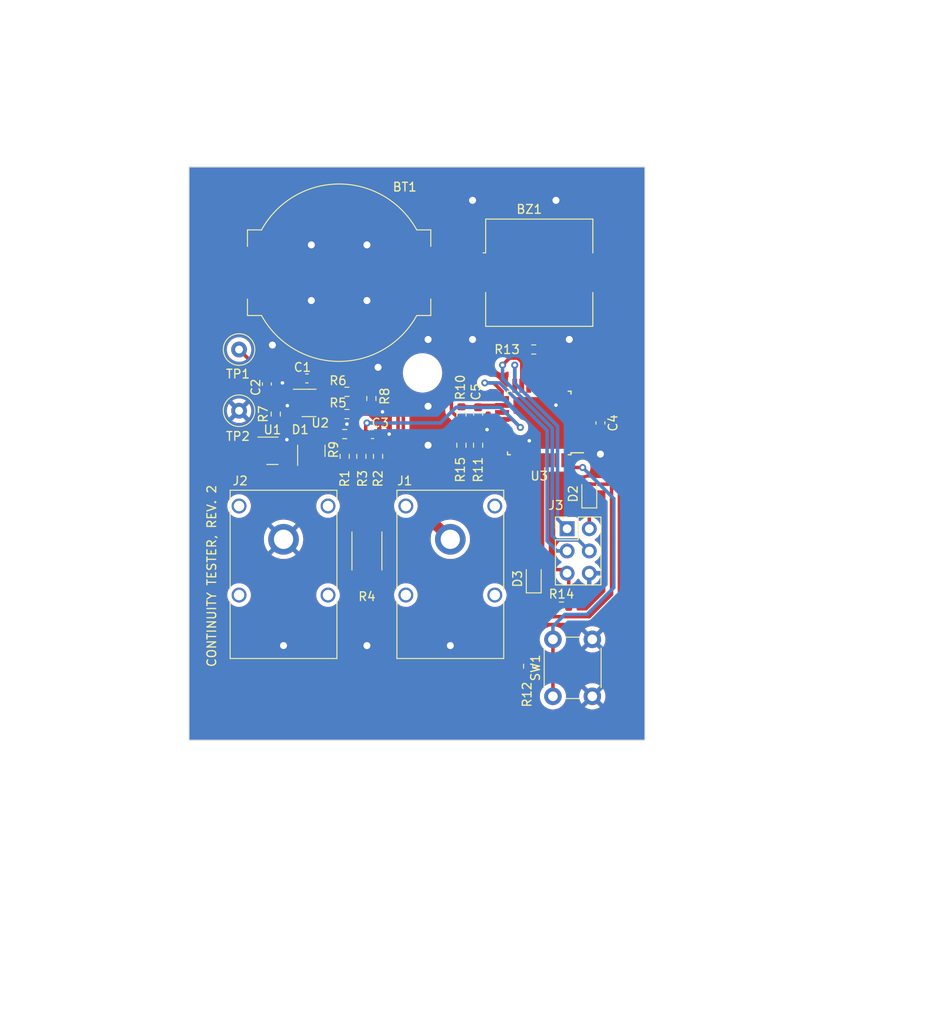
<source format=kicad_pcb>
(kicad_pcb (version 20221018) (generator pcbnew)
  (title_block (title "Continuity Tester"))
  (layers (0 "F.Cu" signal) (31 "B.Cu" signal) (34 "B.Paste" user) (35 "F.Paste" user) (36 "B.SilkS" user "B.Silkscreen") (37 "F.SilkS" user "F.Silkscreen") (38 "B.Mask" user) (39 "F.Mask" user) (44 "Edge.Cuts" user))
  (net 0 "")
  (net 1 "VCC")
  (net 2 "GND")
  (net 3 "Net-(BZ1--)")
  (net 4 "Net-(U2-V+)")
  (net 5 "PROBE")
  (net 6 "Net-(U3-AREF)")
  (net 7 "Net-(U3-AVCC)")
  (net 8 "Net-(U2-+)")
  (net 9 "Net-(D2-K)")
  (net 10 "RESET")
  (net 11 "Net-(J1-Pin_1)")
  (net 12 "MISO")
  (net 13 "SCK")
  (net 14 "MOSI")
  (net 15 "VCC_PROBE")
  (net 16 "+1.24V_REF")
  (net 17 "Net-(U2--)")
  (net 18 "Net-(R7-Pad2)")
  (net 19 "Net-(U3-PC0)")
  (net 20 "Net-(U3-PC1)")
  (net 21 "Net-(U3-PD2)")
  (net 22 "Net-(U3-PB2)")
  (footprint "Resistor_SMD:R_0603_1608Metric" (layer "F.Cu") (at 135.636 95.504 90)
    (fp_text reference "R7" (at 0 -1.43 90) (layer "F.SilkS"))
    (fp_text value "1M")
    (fp_line (start -0.237258 -0.5225) (end 0.237258 -0.5225) (stroke (width 0.12)) (layer "F.SilkS"))
    (fp_line (start -0.237258 0.5225) (end 0.237258 0.5225) (stroke (width 0.12)) (layer "F.SilkS"))
    (pad "1" smd roundrect (at -0.825 0 90) (size 0.8 0.95) (layers "F.Cu" "F.Paste" "F.Mask") (net 17 "Net-(U2--)"))
    (pad "2" smd roundrect (at 0.825 0 90) (size 0.8 0.95) (layers "F.Cu" "F.Paste" "F.Mask") (net 18 "Net-(R7-Pad2)"))
  )
  (footprint "TestPoint:TestPoint_Loop_D3.50mm_Drill0.9mm_Beaded" (layer "F.Cu") (at 131.445 95.123 90)
    (fp_text reference "TP2" (at -2.921 -0.127 180) (layer "F.SilkS"))
    (fp_text value "TestPoint")
    (fp_circle (center 0 0) (end 1.8 0) (stroke (width 0.12)) (fill none) (layer "F.SilkS"))
    (pad "1" thru_hole circle (at 0 0 90) (size 1.8 1.8) (drill 0.9) (layers "*.Cu" "*.Mask") (net 2 "GND"))
  )
  (footprint "MountingHole:MountingHole_4mm" (layer "F.Cu") (at 152.4 90.805)
    (fp_text reference "REF**" hide)
    (fp_text value "MountingHole_4mm")
    (pad "" np_thru_hole circle (at 0 0) (size 4 4) (drill 4) (layers "*.Cu" "*.Mask"))
  )
  (footprint "Diode_SMD:D_SOD-323F" (layer "F.Cu") (at 171.45 104.605 90)
    (fp_text reference "D2" (at 0 -1.85 90) (layer "F.SilkS"))
    (fp_text value "BAT54J")
    (fp_line (start -1.61 -0.85) (end -1.61 0.85) (stroke (width 0.12)) (layer "F.SilkS"))
    (fp_line (start -1.61 -0.85) (end 1.05 -0.85) (stroke (width 0.12)) (layer "F.SilkS"))
    (fp_line (start -1.61 0.85) (end 1.05 0.85) (stroke (width 0.12)) (layer "F.SilkS"))
    (pad "1" smd roundrect (at -1.1 0 90) (size 0.5 0.5) (layers "F.Cu" "F.Paste" "F.Mask") (net 9 "Net-(D2-K)"))
    (pad "2" smd roundrect (at 1.1 0 90) (size 0.5 0.5) (layers "F.Cu" "F.Paste" "F.Mask") (net 1 "VCC"))
  )
  (footprint "Resistor_SMD:R_0603_1608Metric" (layer "F.Cu") (at 156.845 99.06 90)
    (fp_text reference "R15" (at -2.794 -0.127 90) (layer "F.SilkS"))
    (fp_text value "10k")
    (fp_line (start -0.237258 -0.5225) (end 0.237258 -0.5225) (stroke (width 0.12)) (layer "F.SilkS"))
    (fp_line (start -0.237258 0.5225) (end 0.237258 0.5225) (stroke (width 0.12)) (layer "F.SilkS"))
    (pad "1" smd roundrect (at -0.825 0 90) (size 0.8 0.95) (layers "F.Cu" "F.Paste" "F.Mask") (net 20 "Net-(U3-PC1)"))
    (pad "2" smd roundrect (at 0.825 0 90) (size 0.8 0.95) (layers "F.Cu" "F.Paste" "F.Mask") (net 2 "GND"))
  )
  (footprint "Resistor_SMD:R_0603_1608Metric" (layer "F.Cu") (at 168.275 117.475)
    (fp_text reference "R14" (at 0 -1.43) (layer "F.SilkS"))
    (fp_text value "10k")
    (fp_line (start -0.237258 -0.5225) (end 0.237258 -0.5225) (stroke (width 0.12)) (layer "F.SilkS"))
    (fp_line (start -0.237258 0.5225) (end 0.237258 0.5225) (stroke (width 0.12)) (layer "F.SilkS"))
    (pad "1" smd roundrect (at -0.825 0) (size 0.8 0.95) (layers "F.Cu" "F.Paste" "F.Mask") (net 1 "VCC"))
    (pad "2" smd roundrect (at 0.825 0) (size 0.8 0.95) (layers "F.Cu" "F.Paste" "F.Mask") (net 10 "RESET"))
  )
  (footprint "Resistor_SMD:R_0603_1608Metric" (layer "F.Cu") (at 156.845 95.504 90)
    (fp_text reference "R10" (at 3.048 -0.127 90) (layer "F.SilkS"))
    (fp_text value "10")
    (fp_line (start -0.237258 -0.5225) (end 0.237258 -0.5225) (stroke (width 0.12)) (layer "F.SilkS"))
    (fp_line (start -0.237258 0.5225) (end 0.237258 0.5225) (stroke (width 0.12)) (layer "F.SilkS"))
    (pad "1" smd roundrect (at -0.825 0 90) (size 0.8 0.95) (layers "F.Cu" "F.Paste" "F.Mask") (net 1 "VCC"))
    (pad "2" smd roundrect (at 0.825 0 90) (size 0.8 0.95) (layers "F.Cu" "F.Paste" "F.Mask") (net 7 "Net-(U3-AVCC)"))
  )
  (footprint "Resistor_SMD:R_0603_1608Metric" (layer "F.Cu") (at 143.764 92.964 180)
    (fp_text reference "R6" (at 1.016 1.27) (layer "F.SilkS"))
    (fp_text value "10")
    (fp_line (start -0.237258 -0.5225) (end 0.237258 -0.5225) (stroke (width 0.12)) (layer "F.SilkS"))
    (fp_line (start -0.237258 0.5225) (end 0.237258 0.5225) (stroke (width 0.12)) (layer "F.SilkS"))
    (pad "1" smd roundrect (at -0.825 0 180) (size 0.8 0.95) (layers "F.Cu" "F.Paste" "F.Mask") (net 15 "VCC_PROBE"))
    (pad "2" smd roundrect (at 0.825 0 180) (size 0.8 0.95) (layers "F.Cu" "F.Paste" "F.Mask") (net 4 "Net-(U2-V+)"))
  )
  (footprint "Resistor_SMD:R_0603_1608Metric" (layer "F.Cu") (at 158.75 99.06 -90)
    (fp_text reference "R11" (at 2.794 0 90) (layer "F.SilkS"))
    (fp_text value "30k")
    (fp_line (start -0.237258 -0.5225) (end 0.237258 -0.5225) (stroke (width 0.12)) (layer "F.SilkS"))
    (fp_line (start -0.237258 0.5225) (end 0.237258 0.5225) (stroke (width 0.12)) (layer "F.SilkS"))
    (pad "1" smd roundrect (at -0.825 0 270) (size 0.8 0.95) (layers "F.Cu" "F.Paste" "F.Mask") (net 19 "Net-(U3-PC0)"))
    (pad "2" smd roundrect (at 0.825 0 270) (size 0.8 0.95) (layers "F.Cu" "F.Paste" "F.Mask") (net 20 "Net-(U3-PC1)"))
  )
  (footprint "Buzzer_Beeper:Buzzer_Murata_PKLCS1212E" (layer "F.Cu") (at 165.735 79.375)
    (fp_text reference "BZ1" (at -1.143 -7.239) (layer "F.SilkS"))
    (fp_text value "PKLCS1212E4001")
    (fp_line (start -6.12 -6.12) (end 6.12 -6.12) (stroke (width 0.12)) (layer "F.SilkS"))
    (fp_line (start -6.12 -2.26) (end -6.42 -2.26) (stroke (width 0.12)) (layer "F.SilkS"))
    (fp_line (start -6.12 -2.26) (end -6.12 -6.12) (stroke (width 0.12)) (layer "F.SilkS"))
    (fp_line (start -6.12 6.12) (end -6.12 2.26) (stroke (width 0.12)) (layer "F.SilkS"))
    (fp_line (start 6.12 -6.12) (end 6.12 -2.26) (stroke (width 0.12)) (layer "F.SilkS"))
    (fp_line (start 6.12 2.26) (end 6.12 6.12) (stroke (width 0.12)) (layer "F.SilkS"))
    (fp_line (start 6.12 6.12) (end -6.12 6.12) (stroke (width 0.12)) (layer "F.SilkS"))
    (pad "1" smd rect (at -5.6 0) (size 1.2 4) (layers "F.Cu" "F.Paste" "F.Mask") (net 3 "Net-(BZ1--)"))
    (pad "2" smd rect (at 5.6 0) (size 1.2 4) (layers "F.Cu" "F.Paste" "F.Mask") (net 2 "GND"))
  )
  (footprint "Package_QFP:TQFP-32_7x7mm_P0.8mm" (layer "F.Cu") (at 165.735 96.52 180)
    (fp_text reference "U3" (at 0 -6.05) (layer "F.SilkS"))
    (fp_text value "ATmega88PA-A")
    (fp_line (start -3.625 -3.625) (end -3.625 -3.4) (stroke (width 0.15)) (layer "F.SilkS"))
    (fp_line (start -3.625 -3.625) (end -3.3 -3.625) (stroke (width 0.15)) (layer "F.SilkS"))
    (fp_line (start -3.625 -3.4) (end -5.05 -3.4) (stroke (width 0.15)) (layer "F.SilkS"))
    (fp_line (start -3.625 3.625) (end -3.625 3.3) (stroke (width 0.15)) (layer "F.SilkS"))
    (fp_line (start -3.625 3.625) (end -3.3 3.625) (stroke (width 0.15)) (layer "F.SilkS"))
    (fp_line (start 3.625 -3.625) (end 3.3 -3.625) (stroke (width 0.15)) (layer "F.SilkS"))
    (fp_line (start 3.625 -3.625) (end 3.625 -3.3) (stroke (width 0.15)) (layer "F.SilkS"))
    (fp_line (start 3.625 3.625) (end 3.3 3.625) (stroke (width 0.15)) (layer "F.SilkS"))
    (fp_line (start 3.625 3.625) (end 3.625 3.3) (stroke (width 0.15)) (layer "F.SilkS"))
    (pad "1" smd rect (at -4.25 -2.8 180) (size 1.6 0.55) (layers "F.Cu" "F.Paste" "F.Mask"))
    (pad "2" smd rect (at -4.25 -2 180) (size 1.6 0.55) (layers "F.Cu" "F.Paste" "F.Mask"))
    (pad "3" smd rect (at -4.25 -1.2 180) (size 1.6 0.55) (layers "F.Cu" "F.Paste" "F.Mask") (net 2 "GND"))
    (pad "4" smd rect (at -4.25 -0.4 180) (size 1.6 0.55) (layers "F.Cu" "F.Paste" "F.Mask") (net 1 "VCC"))
    (pad "5" smd rect (at -4.25 0.4 180) (size 1.6 0.55) (layers "F.Cu" "F.Paste" "F.Mask") (net 2 "GND"))
    (pad "6" smd rect (at -4.25 1.2 180) (size 1.6 0.55) (layers "F.Cu" "F.Paste" "F.Mask") (net 1 "VCC"))
    (pad "7" smd rect (at -4.25 2 180) (size 1.6 0.55) (layers "F.Cu" "F.Paste" "F.Mask"))
    (pad "8" smd rect (at -4.25 2.8 180) (size 1.6 0.55) (layers "F.Cu" "F.Paste" "F.Mask"))
    (pad "9" smd rect (at -2.8 4.25 270) (size 1.6 0.55) (layers "F.Cu" "F.Paste" "F.Mask"))
    (pad "10" smd rect (at -2 4.25 270) (size 1.6 0.55) (layers "F.Cu" "F.Paste" "F.Mask"))
    (pad "11" smd rect (at -1.2 4.25 270) (size 1.6 0.55) (layers "F.Cu" "F.Paste" "F.Mask"))
    (pad "12" smd rect (at -0.4 4.25 270) (size 1.6 0.55) (layers "F.Cu" "F.Paste" "F.Mask"))
    (pad "13" smd rect (at 0.4 4.25 270) (size 1.6 0.55) (layers "F.Cu" "F.Paste" "F.Mask"))
    (pad "14" smd rect (at 1.2 4.25 270) (size 1.6 0.55) (layers "F.Cu" "F.Paste" "F.Mask") (net 22 "Net-(U3-PB2)"))
    (pad "15" smd rect (at 2 4.25 270) (size 1.6 0.55) (layers "F.Cu" "F.Paste" "F.Mask") (net 14 "MOSI"))
    (pad "16" smd rect (at 2.8 4.25 270) (size 1.6 0.55) (layers "F.Cu" "F.Paste" "F.Mask") (net 12 "MISO"))
    (pad "17" smd rect (at 4.25 2.8 180) (size 1.6 0.55) (layers "F.Cu" "F.Paste" "F.Mask") (net 13 "SCK"))
    (pad "18" smd rect (at 4.25 2 180) (size 1.6 0.55) (layers "F.Cu" "F.Paste" "F.Mask") (net 7 "Net-(U3-AVCC)"))
    (pad "19" smd rect (at 4.25 1.2 180) (size 1.6 0.55) (layers "F.Cu" "F.Paste" "F.Mask"))
    (pad "20" smd rect (at 4.25 0.4 180) (size 1.6 0.55) (layers "F.Cu" "F.Paste" "F.Mask") (net 6 "Net-(U3-AREF)"))
    (pad "21" smd rect (at 4.25 -0.4 180) (size 1.6 0.55) (layers "F.Cu" "F.Paste" "F.Mask") (net 2 "GND"))
    (pad "22" smd rect (at 4.25 -1.2 180) (size 1.6 0.55) (layers "F.Cu" "F.Paste" "F.Mask"))
    (pad "23" smd rect (at 4.25 -2 180) (size 1.6 0.55) (layers "F.Cu" "F.Paste" "F.Mask") (net 19 "Net-(U3-PC0)"))
    (pad "24" smd rect (at 4.25 -2.8 180) (size 1.6 0.55) (layers "F.Cu" "F.Paste" "F.Mask") (net 20 "Net-(U3-PC1)"))
    (pad "25" smd rect (at 2.8 -4.25 270) (size 1.6 0.55) (layers "F.Cu" "F.Paste" "F.Mask") (net 5 "PROBE"))
    (pad "26" smd rect (at 2 -4.25 270) (size 1.6 0.55) (layers "F.Cu" "F.Paste" "F.Mask") (net 15 "VCC_PROBE"))
    (pad "27" smd rect (at 1.2 -4.25 270) (size 1.6 0.55) (layers "F.Cu" "F.Paste" "F.Mask"))
    (pad "28" smd rect (at 0.4 -4.25 270) (size 1.6 0.55) (layers "F.Cu" "F.Paste" "F.Mask"))
    (pad "29" smd rect (at -0.4 -4.25 270) (size 1.6 0.55) (layers "F.Cu" "F.Paste" "F.Mask") (net 10 "RESET"))
    (pad "30" smd rect (at -1.2 -4.25 270) (size 1.6 0.55) (layers "F.Cu" "F.Paste" "F.Mask"))
    (pad "31" smd rect (at -2 -4.25 270) (size 1.6 0.55) (layers "F.Cu" "F.Paste" "F.Mask"))
    (pad "32" smd rect (at -2.8 -4.25 270) (size 1.6 0.55) (layers "F.Cu" "F.Paste" "F.Mask") (net 21 "Net-(U3-PD2)"))
  )
  (footprint "Resistor_SMD:R_0603_1608Metric" (layer "F.Cu") (at 143.51 100.33 90)
    (fp_text reference "R1" (at -2.54 0 90) (layer "F.SilkS"))
    (fp_text value "10k")
    (fp_line (start -0.237258 -0.5225) (end 0.237258 -0.5225) (stroke (width 0.12)) (layer "F.SilkS"))
    (fp_line (start -0.237258 0.5225) (end 0.237258 0.5225) (stroke (width 0.12)) (layer "F.SilkS"))
    (pad "1" smd roundrect (at -0.825 0 90) (size 0.8 0.95) (layers "F.Cu" "F.Paste" "F.Mask") (net 11 "Net-(J1-Pin_1)"))
    (pad "2" smd roundrect (at 0.825 0 90) (size 0.8 0.95) (layers "F.Cu" "F.Paste" "F.Mask") (net 8 "Net-(U2-+)"))
  )
  (footprint "Capacitor_SMD:C_0603_1608Metric" (layer "F.Cu") (at 134.62 92.075 -90)
    (fp_text reference "C2" (at 0.381 1.27 90) (layer "F.SilkS"))
    (fp_text value "1n")
    (fp_line (start -0.14058 -0.51) (end 0.14058 -0.51) (stroke (width 0.12)) (layer "F.SilkS"))
    (fp_line (start -0.14058 0.51) (end 0.14058 0.51) (stroke (width 0.12)) (layer "F.SilkS"))
    (pad "1" smd roundrect (at -0.775 0 270) (size 0.9 0.95) (layers "F.Cu" "F.Paste" "F.Mask") (net 5 "PROBE"))
    (pad "2" smd roundrect (at 0.775 0 270) (size 0.9 0.95) (layers "F.Cu" "F.Paste" "F.Mask") (net 2 "GND"))
  )
  (footprint "Capacitor_SMD:C_0603_1608Metric" (layer "F.Cu") (at 139.192 91.44 180)
    (fp_text reference "C1" (at 0.508 1.27) (layer "F.SilkS"))
    (fp_text value "100n")
    (fp_line (start -0.14058 -0.51) (end 0.14058 -0.51) (stroke (width 0.12)) (layer "F.SilkS"))
    (fp_line (start -0.14058 0.51) (end 0.14058 0.51) (stroke (width 0.12)) (layer "F.SilkS"))
    (pad "1" smd roundrect (at -0.775 0 180) (size 0.9 0.95) (layers "F.Cu" "F.Paste" "F.Mask") (net 4 "Net-(U2-V+)"))
    (pad "2" smd roundrect (at 0.775 0 180) (size 0.9 0.95) (layers "F.Cu" "F.Paste" "F.Mask") (net 2 "GND"))
  )
  (footprint "Battery:BatteryHolder_MPD_BC2003_1x2032" (layer "F.Cu") (at 142.875 79.375 180)
    (fp_text reference "BT1" (at -7.493 9.779) (layer "F.SilkS"))
    (fp_text value "CR2032")
    (fp_line (start -10.47 -4.885) (end -8.86291 -4.885) (stroke (width 0.12)) (layer "F.SilkS"))
    (fp_line (start -10.47 -3) (end -10.47 -4.885) (stroke (width 0.12)) (layer "F.SilkS"))
    (fp_line (start -10.47 3) (end -10.47 4.885) (stroke (width 0.12)) (layer "F.SilkS"))
    (fp_line (start -10.47 4.885) (end -8.86291 4.885) (stroke (width 0.12)) (layer "F.SilkS"))
    (fp_line (start 10.47 -4.885) (end 8.86291 -4.885) (stroke (width 0.12)) (layer "F.SilkS"))
    (fp_line (start 10.47 -3) (end 10.47 -4.885) (stroke (width 0.12)) (layer "F.SilkS"))
    (fp_line (start 10.47 3) (end 10.47 4.885) (stroke (width 0.12)) (layer "F.SilkS"))
    (fp_line (start 10.47 4.885) (end 8.86291 4.885) (stroke (width 0.12)) (layer "F.SilkS"))
    (fp_arc (start -8.86291 -4.885) (mid 0 -10.12) (end 8.86291 -4.885) (stroke (width 0.12)) (layer "F.SilkS"))
    (fp_arc (start 8.865021 4.881168) (mid 0.002187 10.12) (end -8.86291 4.885) (stroke (width 0.12)) (layer "F.SilkS"))
    (pad "1" smd rect (at -11.905 0 180) (size 2.6 5.56) (layers "F.Cu" "F.Paste" "F.Mask") (net 1 "VCC"))
    (pad "1" smd rect (at 11.905 0 180) (size 2.6 5.56) (layers "F.Cu" "F.Paste" "F.Mask") (net 1 "VCC"))
    (pad "2" smd circle (at 0 0 180) (size 17.8 17.8) (layers "F.Cu" "F.Mask") (net 2 "GND"))
  )
  (footprint "Resistor_SMD:R_0603_1608Metric" (layer "F.Cu") (at 143.764 95.504)
    (fp_text reference "R5" (at -1.016 -1.27) (layer "F.SilkS"))
    (fp_text value "1k")
    (fp_line (start -0.237258 -0.5225) (end 0.237258 -0.5225) (stroke (width 0.12)) (layer "F.SilkS"))
    (fp_line (start -0.237258 0.5225) (end 0.237258 0.5225) (stroke (width 0.12)) (layer "F.SilkS"))
    (pad "1" smd roundrect (at -0.825 0) (size 0.8 0.95) (layers "F.Cu" "F.Paste" "F.Mask") (net 17 "Net-(U2--)"))
    (pad "2" smd roundrect (at 0.825 0) (size 0.8 0.95) (layers "F.Cu" "F.Paste" "F.Mask") (net 2 "GND"))
  )
  (footprint "Button_Switch_THT:SW_PUSH_6mm" (layer "F.Cu") (at 167.295 127.71 90)
    (fp_text reference "SW1" (at 3.25 -2 90) (layer "F.SilkS"))
    (fp_text value "Tactile Button")
    (fp_line (start -0.25 1.5) (end -0.25 3) (stroke (width 0.12)) (layer "F.SilkS"))
    (fp_line (start 1 5.5) (end 5.5 5.5) (stroke (width 0.12)) (layer "F.SilkS"))
    (fp_line (start 5.5 -1) (end 1 -1) (stroke (width 0.12)) (layer "F.SilkS"))
    (fp_line (start 6.75 3) (end 6.75 1.5) (stroke (width 0.12)) (layer "F.SilkS"))
    (pad "1" thru_hole circle (at 0 0 180) (size 2 2) (drill 1.1) (layers "*.Cu" "*.Mask") (net 21 "Net-(U3-PD2)"))
    (pad "1" thru_hole circle (at 6.5 0 180) (size 2 2) (drill 1.1) (layers "*.Cu" "*.Mask") (net 21 "Net-(U3-PD2)"))
    (pad "2" thru_hole circle (at 0 4.5 180) (size 2 2) (drill 1.1) (layers "*.Cu" "*.Mask") (net 2 "GND"))
    (pad "2" thru_hole circle (at 6.5 4.5 180) (size 2 2) (drill 1.1) (layers "*.Cu" "*.Mask") (net 2 "GND"))
  )
  (footprint "Resistor_SMD:R_0603_1608Metric" (layer "F.Cu") (at 146.558 93.726 90)
    (fp_text reference "R8" (at 0.254 1.524 90) (layer "F.SilkS"))
    (fp_text value "1k")
    (fp_line (start -0.237258 -0.5225) (end 0.237258 -0.5225) (stroke (width 0.12)) (layer "F.SilkS"))
    (fp_line (start -0.237258 0.5225) (end 0.237258 0.5225) (stroke (width 0.12)) (layer "F.SilkS"))
    (pad "1" smd roundrect (at -0.825 0 90) (size 0.8 0.95) (layers "F.Cu" "F.Paste" "F.Mask") (net 18 "Net-(R7-Pad2)"))
    (pad "2" smd roundrect (at 0.825 0 90) (size 0.8 0.95) (layers "F.Cu" "F.Paste" "F.Mask") (net 5 "PROBE"))
  )
  (footprint "Capacitor_SMD:C_0603_1608Metric" (layer "F.Cu") (at 158.75 95.504 -90)
    (fp_text reference "C5" (at -2.54 0.254 90) (layer "F.SilkS"))
    (fp_text value "100n")
    (fp_line (start -0.14058 -0.51) (end 0.14058 -0.51) (stroke (width 0.12)) (layer "F.SilkS"))
    (fp_line (start -0.14058 0.51) (end 0.14058 0.51) (stroke (width 0.12)) (layer "F.SilkS"))
    (pad "1" smd roundrect (at -0.775 0 270) (size 0.9 0.95) (layers "F.Cu" "F.Paste" "F.Mask") (net 7 "Net-(U3-AVCC)"))
    (pad "2" smd roundrect (at 0.775 0 270) (size 0.9 0.95) (layers "F.Cu" "F.Paste" "F.Mask") (net 2 "GND"))
  )
  (footprint "Connector:Banana_Cliff_FCR7350x_S16N-PC_Horizontal" (layer "F.Cu") (at 136.525 109.795 90)
    (fp_text reference "J2" (at 6.671 -4.953 unlocked) (layer "F.SilkS"))
    (fp_text value "Banana")
    (fp_line (start -13.6 -6.1) (end -13.6 6.1) (stroke (width 0.12)) (layer "F.SilkS"))
    (fp_line (start -13.6 6.1) (end -7 6.1) (stroke (width 0.12)) (layer "F.SilkS"))
    (fp_line (start -7 -6.1) (end -13.6 -6.1) (stroke (width 0.12)) (layer "F.SilkS"))
    (fp_line (start -5.7 6.1) (end 3.2 6.1) (stroke (width 0.12)) (layer "F.SilkS"))
    (fp_line (start 3.2 -6.1) (end -5.7 -6.1) (stroke (width 0.12)) (layer "F.SilkS"))
    (fp_line (start 4.4 6.1) (end 5.6 6.1) (stroke (width 0.12)) (layer "F.SilkS"))
    (fp_line (start 5.6 -6.1) (end 4.4 -6.1) (stroke (width 0.12)) (layer "F.SilkS"))
    (fp_line (start 5.6 6.1) (end 5.6 -6.1) (stroke (width 0.12)) (layer "F.SilkS"))
    (pad "" np_thru_hole circle (at -6.36 -5.08 90) (size 1.7 1.7) (drill 1.2) (layers "*.Cu" "*.Mask"))
    (pad "" np_thru_hole circle (at -6.36 5.08 90) (size 1.7 1.7) (drill 1.2) (layers "*.Cu" "*.Mask"))
    (pad "" np_thru_hole circle (at 3.8 -5.08 90) (size 1.7 1.7) (drill 1.2) (layers "*.Cu" "*.Mask"))
    (pad "" np_thru_hole circle (at 3.8 5.08 90) (size 1.7 1.7) (drill 1.2) (layers "*.Cu" "*.Mask"))
    (pad "1" thru_hole circle (at 0 0 90) (size 3.5 3.5) (drill 2.2) (layers "*.Cu" "*.Mask") (net 2 "GND"))
  )
  (footprint "Resistor_SMD:R_0603_1608Metric" (layer "F.Cu") (at 147.32 100.33 90)
    (fp_text reference "R2" (at -2.54 0 90) (layer "F.SilkS"))
    (fp_text value "6.2k")
    (fp_line (start -0.237258 -0.5225) (end 0.237258 -0.5225) (stroke (width 0.12)) (layer "F.SilkS"))
    (fp_line (start -0.237258 0.5225) (end 0.237258 0.5225) (stroke (width 0.12)) (layer "F.SilkS"))
    (pad "1" smd roundrect (at -0.825 0 90) (size 0.8 0.95) (layers "F.Cu" "F.Paste" "F.Mask") (net 15 "VCC_PROBE"))
    (pad "2" smd roundrect (at 0.825 0 90) (size 0.8 0.95) (layers "F.Cu" "F.Paste" "F.Mask") (net 16 "+1.24V_REF"))
  )
  (footprint "Package_TO_SOT_SMD:SOT-23" (layer "F.Cu") (at 139.7 99.695 90)
    (fp_text reference "D1" (at 2.413 -1.27 180) (layer "F.SilkS"))
    (fp_text value "BAV99")
    (fp_line (start 0 -1.56) (end -1.675 -1.56) (stroke (width 0.12)) (layer "F.SilkS"))
    (fp_line (start 0 -1.56) (end 0.65 -1.56) (stroke (width 0.12)) (layer "F.SilkS"))
    (fp_line (start 0 1.56) (end -0.65 1.56) (stroke (width 0.12)) (layer "F.SilkS"))
    (fp_line (start 0 1.56) (end 0.65 1.56) (stroke (width 0.12)) (layer "F.SilkS"))
    (pad "1" smd roundrect (at -0.9375 -0.95 90) (size 1.475 0.6) (layers "F.Cu" "F.Paste" "F.Mask") (net 2 "GND"))
    (pad "2" smd roundrect (at -0.9375 0.95 90) (size 1.475 0.6) (layers "F.Cu" "F.Paste" "F.Mask") (net 2 "GND"))
    (pad "3" smd roundrect (at 0.9375 0 90) (size 1.475 0.6) (layers "F.Cu" "F.Paste" "F.Mask") (net 8 "Net-(U2-+)"))
  )
  (footprint "Resistor_SMD:R_0603_1608Metric" (layer "F.Cu") (at 165.1 88.138 180)
    (fp_text reference "R13" (at 3.048 0) (layer "F.SilkS"))
    (fp_text value "1k")
    (fp_line (start -0.237258 -0.5225) (end 0.237258 -0.5225) (stroke (width 0.12)) (layer "F.SilkS"))
    (fp_line (start -0.237258 0.5225) (end 0.237258 0.5225) (stroke (width 0.12)) (layer "F.SilkS"))
    (pad "1" smd roundrect (at -0.825 0 180) (size 0.8 0.95) (layers "F.Cu" "F.Paste" "F.Mask") (net 22 "Net-(U3-PB2)"))
    (pad "2" smd roundrect (at 0.825 0 180) (size 0.8 0.95) (layers "F.Cu" "F.Paste" "F.Mask") (net 3 "Net-(BZ1--)"))
  )
  (footprint "Capacitor_SMD:C_0603_1608Metric" (layer "F.Cu") (at 172.72 96.52 -90)
    (fp_text reference "C4" (at 0 -1.43 90) (layer "F.SilkS"))
    (fp_text value "100n")
    (fp_line (start -0.14058 -0.51) (end 0.14058 -0.51) (stroke (width 0.12)) (layer "F.SilkS"))
    (fp_line (start -0.14058 0.51) (end 0.14058 0.51) (stroke (width 0.12)) (layer "F.SilkS"))
    (pad "1" smd roundrect (at -0.775 0 270) (size 0.9 0.95) (layers "F.Cu" "F.Paste" "F.Mask") (net 1 "VCC"))
    (pad "2" smd roundrect (at 0.775 0 270) (size 0.9 0.95) (layers "F.Cu" "F.Paste" "F.Mask") (net 2 "GND"))
  )
  (footprint "Resistor_SMD:R_0603_1608Metric" (layer "F.Cu") (at 164.465 124.27 -90)
    (fp_text reference "R12" (at 3.238 0.127 90) (layer "F.SilkS"))
    (fp_text value "10k")
    (fp_line (start -0.237258 -0.5225) (end 0.237258 -0.5225) (stroke (width 0.12)) (layer "F.SilkS"))
    (fp_line (start -0.237258 0.5225) (end 0.237258 0.5225) (stroke (width 0.12)) (layer "F.SilkS"))
    (pad "1" smd roundrect (at -0.825 0 270) (size 0.8 0.95) (layers "F.Cu" "F.Paste" "F.Mask") (net 1 "VCC"))
    (pad "2" smd roundrect (at 0.825 0 270) (size 0.8 0.95) (layers "F.Cu" "F.Paste" "F.Mask") (net 21 "Net-(U3-PD2)"))
  )
  (footprint "Package_TO_SOT_SMD:SOT-23-5" (layer "F.Cu") (at 139.436 94.234)
    (fp_text reference "U2" (at 1.28 2.286) (layer "F.SilkS"))
    (fp_text value "TLV333")
    (fp_line (start 0 -1.56) (end -1.8 -1.56) (stroke (width 0.12)) (layer "F.SilkS"))
    (fp_line (start 0 -1.56) (end 0.8 -1.56) (stroke (width 0.12)) (layer "F.SilkS"))
    (fp_line (start 0 1.56) (end -0.8 1.56) (stroke (width 0.12)) (layer "F.SilkS"))
    (fp_line (start 0 1.56) (end 0.8 1.56) (stroke (width 0.12)) (layer "F.SilkS"))
    (pad "1" smd roundrect (at -1.1375 -0.95) (size 1.325 0.6) (layers "F.Cu" "F.Paste" "F.Mask") (net 18 "Net-(R7-Pad2)"))
    (pad "2" smd roundrect (at -1.1375 0) (size 1.325 0.6) (layers "F.Cu" "F.Paste" "F.Mask") (net 2 "GND"))
    (pad "3" smd roundrect (at -1.1375 0.95) (size 1.325 0.6) (layers "F.Cu" "F.Paste" "F.Mask") (net 8 "Net-(U2-+)"))
    (pad "4" smd roundrect (at 1.1375 0.95) (size 1.325 0.6) (layers "F.Cu" "F.Paste" "F.Mask") (net 17 "Net-(U2--)"))
    (pad "5" smd roundrect (at 1.1375 -0.95) (size 1.325 0.6) (layers "F.Cu" "F.Paste" "F.Mask") (net 4 "Net-(U2-V+)"))
  )
  (footprint "Resistor_SMD:R_0603_1608Metric" (layer "F.Cu") (at 145.415 100.33 -90)
    (fp_text reference "R3" (at 2.54 -0.127 90) (layer "F.SilkS"))
    (fp_text value "12.4k")
    (fp_line (start -0.237258 -0.5225) (end 0.237258 -0.5225) (stroke (width 0.12)) (layer "F.SilkS"))
    (fp_line (start -0.237258 0.5225) (end 0.237258 0.5225) (stroke (width 0.12)) (layer "F.SilkS"))
    (pad "1" smd roundrect (at -0.825 0 270) (size 0.8 0.95) (layers "F.Cu" "F.Paste" "F.Mask") (net 16 "+1.24V_REF"))
    (pad "2" smd roundrect (at 0.825 0 270) (size 0.8 0.95) (layers "F.Cu" "F.Paste" "F.Mask") (net 11 "Net-(J1-Pin_1)"))
  )
  (footprint "TestPoint:TestPoint_Loop_D3.50mm_Drill0.9mm_Beaded" (layer "F.Cu") (at 131.445 88.138 90)
    (fp_text reference "TP1" (at -2.794 -0.127) (layer "F.SilkS"))
    (fp_text value "TestPoint")
    (fp_circle (center 0 0) (end 1.8 0) (stroke (width 0.12)) (fill none) (layer "F.SilkS"))
    (pad "1" thru_hole circle (at 0 0 90) (size 1.8 1.8) (drill 0.9) (layers "*.Cu" "*.Mask") (net 5 "PROBE"))
  )
  (footprint "Resistor_SMD:R_2512_6332Metric" (layer "F.Cu") (at 146.05 111.125 -90)
    (fp_text reference "R4" (at 5.207 0 -180) (layer "F.SilkS"))
    (fp_text value "1.1k")
    (fp_line (start -2.177064 -1.71) (end 2.177064 -1.71) (stroke (width 0.12)) (layer "F.SilkS"))
    (fp_line (start -2.177064 1.71) (end 2.177064 1.71) (stroke (width 0.12)) (layer "F.SilkS"))
    (pad "1" smd roundrect (at -2.9625 0 270) (size 1.225 3.35) (layers "F.Cu" "F.Paste" "F.Mask") (roundrect_rratio 0.2040816327) (net 11 "Net-(J1-Pin_1)"))
    (pad "2" smd roundrect (at 2.9625 0 270) (size 1.225 3.35) (layers "F.Cu" "F.Paste" "F.Mask") (roundrect_rratio 0.2040816327) (net 2 "GND"))
  )
  (footprint "Diode_SMD:D_SOD-323" (layer "F.Cu") (at 165.1 114.3 90)
    (fp_text reference "D3" (at 0 -1.85 90) (layer "F.SilkS"))
    (fp_text value "BAS316")
    (fp_line (start -1.61 -0.85) (end -1.61 0.85) (stroke (width 0.12)) (layer "F.SilkS"))
    (fp_line (start -1.61 -0.85) (end 1.05 -0.85) (stroke (width 0.12)) (layer "F.SilkS"))
    (fp_line (start -1.61 0.85) (end 1.05 0.85) (stroke (width 0.12)) (layer "F.SilkS"))
    (pad "1" smd roundrect (at -1.05 0 90) (size 0.6 0.45) (layers "F.Cu" "F.Paste" "F.Mask") (net 1 "VCC"))
    (pad "2" smd roundrect (at 1.05 0 90) (size 0.6 0.45) (layers "F.Cu" "F.Paste" "F.Mask") (net 10 "RESET"))
  )
  (footprint "Connector_PinHeader_2.54mm:PinHeader_2x03_P2.54mm_Vertical" (layer "F.Cu") (at 168.91 108.585)
    (fp_text reference "J3" (at -1.27 -2.667) (layer "F.SilkS"))
    (fp_text value "Pin Header Male")
    (fp_line (start -1.33 -1.33) (end 0 -1.33) (stroke (width 0.12)) (layer "F.SilkS"))
    (fp_line (start -1.33 0) (end -1.33 -1.33) (stroke (width 0.12)) (layer "F.SilkS"))
    (fp_line (start -1.33 1.27) (end -1.33 6.41) (stroke (width 0.12)) (layer "F.SilkS"))
    (fp_line (start -1.33 1.27) (end 1.27 1.27) (stroke (width 0.12)) (layer "F.SilkS"))
    (fp_line (start -1.33 6.41) (end 3.87 6.41) (stroke (width 0.12)) (layer "F.SilkS"))
    (fp_line (start 1.27 -1.33) (end 3.87 -1.33) (stroke (width 0.12)) (layer "F.SilkS"))
    (fp_line (start 1.27 1.27) (end 1.27 -1.33) (stroke (width 0.12)) (layer "F.SilkS"))
    (fp_line (start 3.87 -1.33) (end 3.87 6.41) (stroke (width 0.12)) (layer "F.SilkS"))
    (pad "1" thru_hole rect (at 0 0) (size 1.7 1.7) (drill 1) (layers "*.Cu" "*.Mask") (net 12 "MISO"))
    (pad "2" thru_hole oval (at 2.54 0) (size 1.7 1.7) (drill 1) (layers "*.Cu" "*.Mask") (net 9 "Net-(D2-K)"))
    (pad "3" thru_hole oval (at 0 2.54) (size 1.7 1.7) (drill 1) (layers "*.Cu" "*.Mask") (net 13 "SCK"))
    (pad "4" thru_hole oval (at 2.54 2.54) (size 1.7 1.7) (drill 1) (layers "*.Cu" "*.Mask") (net 14 "MOSI"))
    (pad "5" thru_hole oval (at 0 5.08) (size 1.7 1.7) (drill 1) (layers "*.Cu" "*.Mask") (net 10 "RESET"))
    (pad "6" thru_hole oval (at 2.54 5.08) (size 1.7 1.7) (drill 1) (layers "*.Cu" "*.Mask") (net 2 "GND"))
  )
  (footprint "Capacitor_SMD:C_0603_1608Metric" (layer "F.Cu") (at 146.685 97.79)
    (fp_text reference "C3" (at 0.889 -1.27) (layer "F.SilkS"))
    (fp_text value "~")
    (fp_line (start -0.14058 -0.51) (end 0.14058 -0.51) (stroke (width 0.12)) (layer "F.SilkS"))
    (fp_line (start -0.14058 0.51) (end 0.14058 0.51) (stroke (width 0.12)) (layer "F.SilkS"))
    (pad "1" smd roundrect (at -0.775 0) (size 0.9 0.95) (layers "F.Cu" "F.Paste" "F.Mask") (net 6 "Net-(U3-AREF)"))
    (pad "2" smd roundrect (at 0.775 0) (size 0.9 0.95) (layers "F.Cu" "F.Paste" "F.Mask") (net 2 "GND"))
  )
  (footprint "Resistor_SMD:R_0603_1608Metric" (layer "F.Cu") (at 143.51 97.79 180)
    (fp_text reference "R9" (at 1.27 -1.778 90) (layer "F.SilkS"))
    (fp_text value "100")
    (fp_line (start -0.237258 -0.5225) (end 0.237258 -0.5225) (stroke (width 0.12)) (layer "F.SilkS"))
    (fp_line (start -0.237258 0.5225) (end 0.237258 0.5225) (stroke (width 0.12)) (layer "F.SilkS"))
    (pad "1" smd roundrect (at -0.825 0 180) (size 0.8 0.95) (layers "F.Cu" "F.Paste" "F.Mask") (net 6 "Net-(U3-AREF)"))
    (pad "2" smd roundrect (at 0.825 0 180) (size 0.8 0.95) (layers "F.Cu" "F.Paste" "F.Mask") (net 16 "+1.24V_REF"))
  )
  (footprint "Connector:Banana_Cliff_FCR7350x_S16N-PC_Horizontal" (layer "F.Cu") (at 155.575 109.795 90)
    (fp_text reference "J1" (at 6.671 -5.207 unlocked) (layer "F.SilkS"))
    (fp_text value "Banana")
    (fp_line (start -13.6 -6.1) (end -13.6 6.1) (stroke (width 0.12)) (layer "F.SilkS"))
    (fp_line (start -13.6 6.1) (end -7 6.1) (stroke (width 0.12)) (layer "F.SilkS"))
    (fp_line (start -7 -6.1) (end -13.6 -6.1) (stroke (width 0.12)) (layer "F.SilkS"))
    (fp_line (start -5.7 6.1) (end 3.2 6.1) (stroke (width 0.12)) (layer "F.SilkS"))
    (fp_line (start 3.2 -6.1) (end -5.7 -6.1) (stroke (width 0.12)) (layer "F.SilkS"))
    (fp_line (start 4.4 6.1) (end 5.6 6.1) (stroke (width 0.12)) (layer "F.SilkS"))
    (fp_line (start 5.6 -6.1) (end 4.4 -6.1) (stroke (width 0.12)) (layer "F.SilkS"))
    (fp_line (start 5.6 6.1) (end 5.6 -6.1) (stroke (width 0.12)) (layer "F.SilkS"))
    (pad "" np_thru_hole circle (at -6.36 -5.08 90) (size 1.7 1.7) (drill 1.2) (layers "*.Cu" "*.Mask"))
    (pad "" np_thru_hole circle (at -6.36 5.08 90) (size 1.7 1.7) (drill 1.2) (layers "*.Cu" "*.Mask"))
    (pad "" np_thru_hole circle (at 3.8 -5.08 90) (size 1.7 1.7) (drill 1.2) (layers "*.Cu" "*.Mask"))
    (pad "" np_thru_hole circle (at 3.8 5.08 90) (size 1.7 1.7) (drill 1.2) (layers "*.Cu" "*.Mask"))
    (pad "1" thru_hole circle (at 0 0 90) (size 3.5 3.5) (drill 2.2) (layers "*.Cu" "*.Mask") (net 11 "Net-(J1-Pin_1)"))
  )
  (footprint "Package_TO_SOT_SMD:SOT-23" (layer "F.Cu") (at 135.255 99.695)
    (fp_text reference "U1" (at 0 -2.4) (layer "F.SilkS"))
    (fp_text value "TLV431")
    (fp_line (start 0 -1.56) (end -1.675 -1.56) (stroke (width 0.12)) (layer "F.SilkS"))
    (fp_line (start 0 -1.56) (end 0.65 -1.56) (stroke (width 0.12)) (layer "F.SilkS"))
    (fp_line (start 0 1.56) (end -0.65 1.56) (stroke (width 0.12)) (layer "F.SilkS"))
    (fp_line (start 0 1.56) (end 0.65 1.56) (stroke (width 0.12)) (layer "F.SilkS"))
    (pad "1" smd roundrect (at -0.9375 -0.95) (size 1.475 0.6) (layers "F.Cu" "F.Paste" "F.Mask") (net 16 "+1.24V_REF"))
    (pad "2" smd roundrect (at -0.9375 0.95) (size 1.475 0.6) (layers "F.Cu" "F.Paste" "F.Mask") (net 16 "+1.24V_REF"))
    (pad "3" smd roundrect (at 0.9375 0) (size 1.475 0.6) (layers "F.Cu" "F.Paste" "F.Mask") (net 2 "GND"))
  )
  (gr_line (start 125.73 132.715) (end 177.8 132.715) (stroke (width 0.1)) (layer "Edge.Cuts"))
  (gr_line (start 177.8 132.715) (end 177.8 67.31) (stroke (width 0.1)) (layer "Edge.Cuts"))
  (gr_line (start 177.8 67.31) (end 125.73 67.31) (stroke (width 0.1)) (layer "Edge.Cuts"))
  (gr_line (start 125.73 67.31) (end 125.73 132.715) (stroke (width 0.1)) (layer "Edge.Cuts"))
  (gr_text "CONTINUITY TESTER, REV. 2" (at 128.905 124.46 90) (layer "F.SilkS") (effects (font (size 1 1)) (justify left bottom)))
  (segment (start 171.45 118.618) (end 173.99 116.078) (width 0.4) (layer "F.Cu") (net 1))
  (segment (start 165.1 118.618) (end 165.1 117.602) (width 0.4) (layer "F.Cu") (net 1))
  (segment (start 154.78 76.04) (end 154.78 79.375) (width 0.4) (layer "F.Cu") (net 1))
  (segment (start 164.465 123.445) (end 165.1 122.81) (width 0.4) (layer "F.Cu") (net 1))
  (segment (start 155.702 95.186) (end 156.845 96.329) (width 0.4) (layer "F.Cu") (net 1))
  (segment (start 171.06 96.92) (end 171.45 96.53) (width 0.4) (layer "F.Cu") (net 1))
  (segment (start 167.386 118.618) (end 171.45 118.618) (width 0.4) (layer "F.Cu") (net 1))
  (segment (start 171.45 95.758) (end 171.012 95.32) (width 0.4) (layer "F.Cu") (net 1))
  (segment (start 171.45 103.505) (end 173.863 103.505) (width 0.4) (layer "F.Cu") (net 1))
  (segment (start 137.668 69.342) (end 148.082 69.342) (width 0.4) (layer "F.Cu") (net 1))
  (segment (start 165.1 118.618) (end 167.386 118.618) (width 0.4) (layer "F.Cu") (net 1))
  (segment (start 165.1 117.602) (end 165.1 115.35) (width 0.4) (layer "F.Cu") (net 1))
  (segment (start 155.702 80.297) (end 155.702 95.186) (width 0.4) (layer "F.Cu") (net 1))
  (segment (start 165.1 122.81) (end 165.1 118.618) (width 0.4) (layer "F.Cu") (net 1))
  (segment (start 172.72 95.745) (end 171.463 95.745) (width 0.4) (layer "F.Cu") (net 1))
  (segment (start 156.718 75.946) (end 162.052 75.946) (width 0.4) (layer "F.Cu") (net 1))
  (segment (start 173.99 116.078) (end 173.99 103.378) (width 0.4) (layer "F.Cu") (net 1))
  (segment (start 174.752 102.108) (end 173.99 102.87) (width 0.4) (layer "F.Cu") (net 1))
  (segment (start 171.45 96.53) (end 171.45 95.758) (width 0.4) (layer "F.Cu") (net 1))
  (segment (start 154.78 79.375) (end 155.702 80.297) (width 0.4) (layer "F.Cu") (net 1))
  (segment (start 171.463 95.745) (end 171.45 95.758) (width 0.4) (layer "F.Cu") (net 1))
  (segment (start 148.082 69.342) (end 154.78 76.04) (width 0.4) (layer "F.Cu") (net 1))
  (segment (start 130.97 76.04) (end 137.668 69.342) (width 0.4) (layer "F.Cu") (net 1))
  (segment (start 167.45 118.554) (end 167.386 118.618) (width 0.4) (layer "F.Cu") (net 1))
  (segment (start 169.985 96.92) (end 171.06 96.92) (width 0.4) (layer "F.Cu") (net 1))
  (segment (start 154.78 77.884) (end 156.718 75.946) (width 0.4) (layer "F.Cu") (net 1))
  (segment (start 173.863 103.505) (end 173.99 103.378) (width 0.4) (layer "F.Cu") (net 1))
  (segment (start 154.78 79.375) (end 154.78 77.884) (width 0.4) (layer "F.Cu") (net 1))
  (segment (start 174.752 97.028) (end 174.752 102.108) (width 0.4) (layer "F.Cu") (net 1))
  (segment (start 167.45 117.475) (end 167.45 118.554) (width 0.4) (layer "F.Cu") (net 1))
  (segment (start 172.72 95.745) (end 173.469 95.745) (width 0.4) (layer "F.Cu") (net 1))
  (segment (start 173.99 102.87) (end 173.99 103.378) (width 0.4) (layer "F.Cu") (net 1))
  (segment (start 171.012 95.32) (end 169.985 95.32) (width 0.4) (layer "F.Cu") (net 1))
  (segment (start 172.72 86.614) (end 172.72 95.745) (width 0.4) (layer "F.Cu") (net 1))
  (segment (start 173.469 95.745) (end 174.752 97.028) (width 0.4) (layer "F.Cu") (net 1))
  (segment (start 130.97 79.375) (end 130.97 76.04) (width 0.4) (layer "F.Cu") (net 1))
  (segment (start 162.052 75.946) (end 172.72 86.614) (width 0.4) (layer "F.Cu") (net 1))
  (segment (start 144.589 95.504) (end 146.304 95.504) (width 0.4) (layer "F.Cu") (net 2))
  (segment (start 168.402 97.337) (end 168.402 96.447) (width 0.4) (layer "F.Cu") (net 2))
  (segment (start 147.46 96.66) (end 147.46 97.79) (width 0.4) (layer "F.Cu") (net 2))
  (segment (start 169.985 97.72) (end 168.785 97.72) (width 0.4) (layer "F.Cu") (net 2))
  (segment (start 159.779 96.279) (end 160.42 96.92) (width 0.4) (layer "F.Cu") (net 2))
  (segment (start 168.402 96.447) (end 168.729 96.12) (width 0.4) (layer "F.Cu") (net 2))
  (segment (start 137.274664 94.234) (end 136.963332 94.545332) (width 0.4) (layer "F.Cu") (net 2))
  (segment (start 158.75 96.279) (end 159.779 96.279) (width 0.4) (layer "F.Cu") (net 2))
  (segment (start 134.62 92.85) (end 135.496 92.85) (width 0.4) (layer "F.Cu") (net 2))
  (segment (start 168.785 97.72) (end 168.402 97.337) (width 0.4) (layer "F.Cu") (net 2))
  (segment (start 169.985 97.72) (end 171.52 97.72) (width 0.4) (layer "F.Cu") (net 2))
  (segment (start 171.52 97.72) (end 171.945 97.295) (width 0.4) (layer "F.Cu") (net 2))
  (segment (start 160.42 96.92) (end 161.485 96.92) (width 0.4) (layer "F.Cu") (net 2))
  (segment (start 168.729 96.12) (end 169.985 96.12) (width 0.4) (layer "F.Cu") (net 2))
  (segment (start 171.945 97.295) (end 172.72 97.295) (width 0.4) (layer "F.Cu") (net 2))
  (segment (start 146.304 95.504) (end 147.46 96.66) (width 0.4) (layer "F.Cu") (net 2))
  (segment (start 156.845 98.235) (end 156.845 98.184) (width 0.4) (layer "F.Cu") (net 2))
  (segment (start 156.845 98.184) (end 158.75 96.279) (width 0.4) (layer "F.Cu") (net 2))
  (segment (start 138.2985 94.234) (end 137.274664 94.234) (width 0.4) (layer "F.Cu") (net 2))
  (segment (start 136.906 91.44) (end 138.417 91.44) (width 0.4) (layer "F.Cu") (net 2))
  (segment (start 135.496 92.85) (end 136.906 91.44) (width 0.4) (layer "F.Cu") (net 2))
  (via (at 136.398 91.948) (size 0.8) (drill 0.4) (layers "F.Cu" "B.Cu") (net 2))
  (via (at 167.64 94.488) (size 0.8) (drill 0.4) (layers "F.Cu" "B.Cu") (net 2))
  (via (at 153.035 94.615) (size 1.6) (drill 0.8) (layers "F.Cu" "B.Cu") (net 2))
  (via (at 153.035 86.995) (size 1.6) (drill 0.8) (layers "F.Cu" "B.Cu") (net 2))
  (via (at 139.7 82.55) (size 1.6) (drill 0.8) (layers "F.Cu" "B.Cu") (net 2))
  (via (at 147.828 95.25) (size 0.8) (drill 0.4) (layers "F.Cu" "B.Cu") (net 2))
  (via (at 147.32 90.17) (size 1.6) (drill 0.8) (layers "F.Cu" "B.Cu") (net 2))
  (via (at 158.115 71.12) (size 1.6) (drill 0.8) (layers "F.Cu" "B.Cu") (net 2))
  (via (at 159.766 97.282) (size 0.8) (drill 0.4) (layers "F.Cu" "B.Cu") (net 2))
  (via (at 146.05 76.2) (size 1.6) (drill 0.8) (layers "F.Cu" "B.Cu") (net 2))
  (via (at 164.592 98.552) (size 0.8) (drill 0.4) (layers "F.Cu" "B.Cu") (net 2))
  (via (at 146.05 121.92) (size 1.6) (drill 0.8) (layers "F.Cu" "B.Cu") (net 2))
  (via (at 146.05 82.55) (size 1.6) (drill 0.8) (layers "F.Cu" "B.Cu") (net 2))
  (via (at 169.164 86.995) (size 1.6) (drill 0.8) (layers "F.Cu" "B.Cu") (net 2))
  (via (at 139.7 76.2) (size 1.6) (drill 0.8) (layers "F.Cu" "B.Cu") (net 2))
  (via (at 143.764 96.647) (size 0.8) (drill 0.4) (layers "F.Cu" "B.Cu") (net 2))
  (via (at 136.525 121.92) (size 1.6) (drill 0.8) (layers "F.Cu" "B.Cu") (net 2))
  (via (at 136.963332 94.545332) (size 0.8) (drill 0.4) (layers "F.Cu" "B.Cu") (net 2))
  (via (at 136.906 98.425) (size 0.8) (drill 0.4) (layers "F.Cu" "B.Cu") (net 2))
  (via (at 158.115 86.995) (size 1.6) (drill 0.8) (layers "F.Cu" "B.Cu") (net 2))
  (via (at 172.72 100.076) (size 1.6) (drill 0.8) (layers "F.Cu" "B.Cu") (net 2))
  (via (at 155.575 121.92) (size 1.6) (drill 0.8) (layers "F.Cu" "B.Cu") (net 2))
  (via (at 148.59 97.79) (size 0.8) (drill 0.4) (layers "F.Cu" "B.Cu") (net 2))
  (via (at 167.64 71.12) (size 1.6) (drill 0.8) (layers "F.Cu" "B.Cu") (net 2))
  (via (at 135.255 87.63) (size 1.6) (drill 0.8) (layers "F.Cu" "B.Cu") (net 2))
  (via (at 153.035 99.06) (size 1.6) (drill 0.8) (layers "F.Cu" "B.Cu") (net 2))
  (segment (start 164.275 88.138) (end 160.135 83.998) (width 0.4) (layer "F.Cu") (net 3))
  (segment (start 160.135 83.998) (end 160.135 79.375) (width 0.4) (layer "F.Cu") (net 3))
  (segment (start 140.5735 93.284) (end 140.5735 92.0465) (width 0.4) (layer "F.Cu") (net 4))
  (segment (start 140.5735 93.284) (end 142.619 93.284) (width 0.4) (layer "F.Cu") (net 4))
  (segment (start 142.619 93.284) (end 142.939 92.964) (width 0.4) (layer "F.Cu") (net 4))
  (segment (start 140.5735 92.0465) (end 139.967 91.44) (width 0.4) (layer "F.Cu") (net 4))
  (segment (start 134.62 91.3) (end 134.607 91.3) (width 0.4) (layer "F.Cu") (net 5))
  (segment (start 134.607 91.3) (end 131.445 88.138) (width 0.4) (layer "F.Cu") (net 5))
  (segment (start 150.206 101.692) (end 150.622 102.108) (width 0.4) (layer "F.Cu") (net 5))
  (segment (start 161.597 102.108) (end 162.935 100.77) (width 0.4) (layer "F.Cu") (net 5))
  (segment (start 134.62 91.3) (end 135.496 90.424) (width 0.4) (layer "F.Cu") (net 5))
  (segment (start 150.622 102.108) (end 161.597 102.108) (width 0.4) (layer "F.Cu") (net 5))
  (segment (start 135.496 90.424) (end 140.462 90.424) (width 0.4) (layer "F.Cu") (net 5))
  (segment (start 141.986 91.948) (end 145.605 91.948) (width 0.4) (layer "F.Cu") (net 5))
  (segment (start 145.605 91.948) (end 146.558 92.901) (width 0.4) (layer "F.Cu") (net 5))
  (segment (start 146.558 92.901) (end 147.851528 92.901) (width 0.4) (layer "F.Cu") (net 5))
  (segment (start 150.206 95.255472) (end 150.206 101.692) (width 0.4) (layer "F.Cu") (net 5))
  (segment (start 140.462 90.424) (end 141.986 91.948) (width 0.4) (layer "F.Cu") (net 5))
  (segment (start 147.851528 92.901) (end 150.206 95.255472) (width 0.4) (layer "F.Cu") (net 5))
  (segment (start 144.335 97.79) (end 145.91 97.79) (width 0.4) (layer "F.Cu") (net 6))
  (segment (start 145.91 97.79) (end 145.91 96.66) (width 0.4) (layer "F.Cu") (net 6))
  (segment (start 163.576 97.028) (end 162.668 96.12) (width 0.4) (layer "F.Cu") (net 6))
  (segment (start 162.668 96.12) (end 161.485 96.12) (width 0.4) (layer "F.Cu") (net 6))
  (segment (start 145.91 96.66) (end 146.05 96.52) (width 0.4) (layer "F.Cu") (net 6))
  (via (at 163.576 97.028) (size 0.8) (drill 0.4) (layers "F.Cu" "B.Cu") (net 6))
  (via (at 146.05 96.52) (size 0.8) (drill 0.4) (layers "F.Cu" "B.Cu") (net 6))
  (segment (start 163.576 97.028) (end 161.29 94.742) (width 0.4) (layer "B.Cu") (net 6))
  (segment (start 154.432 96.52) (end 146.05 96.52) (width 0.4) (layer "B.Cu") (net 6))
  (segment (start 161.29 94.742) (end 156.21 94.742) (width 0.4) (layer "B.Cu") (net 6))
  (segment (start 156.21 94.742) (end 154.432 96.52) (width 0.4) (layer "B.Cu") (net 6))
  (segment (start 156.845 94.679) (end 158.7 94.679) (width 0.4) (layer "F.Cu") (net 7))
  (segment (start 158.959 94.52) (end 161.485 94.52) (width 0.4) (layer "F.Cu") (net 7))
  (segment (start 158.7 94.679) (end 158.75 94.729) (width 0.4) (layer "F.Cu") (net 7))
  (segment (start 158.75 94.729) (end 158.959 94.52) (width 0.4) (layer "F.Cu") (net 7))
  (segment (start 138.0035 95.479) (end 138.2985 95.184) (width 0.4) (layer "F.Cu") (net 8))
  (segment (start 132.842 97.79) (end 135.153 95.479) (width 0.4) (layer "F.Cu") (net 8))
  (segment (start 139.7 98.7575) (end 138.7325 98.7575) (width 0.4) (layer "F.Cu") (net 8))
  (segment (start 133.604 101.6) (end 132.842 100.838) (width 0.4) (layer "F.Cu") (net 8))
  (segment (start 132.842 100.838) (end 132.842 97.79) (width 0.4) (layer "F.Cu") (net 8))
  (segment (start 143.51 99.505) (end 142.177 99.505) (width 0.4) (layer "F.Cu") (net 8))
  (segment (start 136.778 101.6) (end 133.604 101.6) (width 0.4) (layer "F.Cu") (net 8))
  (segment (start 137.922 100.456) (end 136.778 101.6) (width 0.4) (layer "F.Cu") (net 8))
  (segment (start 142.177 99.505) (end 141.478 98.806) (width 0.4) (layer "F.Cu") (net 8))
  (segment (start 137.922 99.568) (end 137.922 100.456) (width 0.4) (layer "F.Cu") (net 8))
  (segment (start 138.7325 98.7575) (end 137.922 99.568) (width 0.4) (layer "F.Cu") (net 8))
  (segment (start 141.478 98.806) (end 139.7485 98.806) (width 0.4) (layer "F.Cu") (net 8))
  (segment (start 135.153 95.479) (end 138.0035 95.479) (width 0.4) (layer "F.Cu") (net 8))
  (segment (start 139.7485 98.806) (end 139.7 98.7575) (width 0.4) (layer "F.Cu") (net 8))
  (segment (start 171.45 108.585) (end 171.45 105.705) (width 0.4) (layer "F.Cu") (net 9))
  (segment (start 166.135 100.77) (end 166.116 100.789) (width 0.4) (layer "F.Cu") (net 10))
  (segment (start 169.1 113.855) (end 168.91 113.665) (width 0.4) (layer "F.Cu") (net 10))
  (segment (start 169.1 117.475) (end 169.1 113.855) (width 0.4) (layer "F.Cu") (net 10))
  (segment (start 166.116 113.25) (end 168.495 113.25) (width 0.4) (layer "F.Cu") (net 10))
  (segment (start 168.495 113.25) (end 168.91 113.665) (width 0.4) (layer "F.Cu") (net 10))
  (segment (start 165.1 113.25) (end 166.116 113.25) (width 0.4) (layer "F.Cu") (net 10))
  (segment (start 166.116 100.789) (end 166.116 113.25) (width 0.4) (layer "F.Cu") (net 10))
  (segment (start 146.05 108.1625) (end 146.05 101.79) (width 0.4) (layer "F.Cu") (net 11))
  (segment (start 153.9425 108.1625) (end 155.575 109.795) (width 1.2) (layer "F.Cu") (net 11))
  (segment (start 146.05 108.1625) (end 153.9425 108.1625) (width 1.2) (layer "F.Cu") (net 11))
  (segment (start 146.05 101.79) (end 145.415 101.155) (width 0.4) (layer "F.Cu") (net 11))
  (segment (start 143.51 101.155) (end 145.415 101.155) (width 0.4) (layer "F.Cu") (net 11))
  (segment (start 162.935 89.916) (end 162.935 92.27) (width 0.4) (layer "F.Cu") (net 12))
  (via (at 162.935 89.916) (size 0.8) (drill 0.4) (layers "F.Cu" "B.Cu") (net 12))
  (segment (start 162.935 91.982472) (end 167.824 96.871472) (width 0.4) (layer "B.Cu") (net 12))
  (segment (start 167.824 107.499) (end 168.91 108.585) (width 0.4) (layer "B.Cu") (net 12))
  (segment (start 162.935 89.916) (end 162.935 91.982472) (width 0.4) (layer "B.Cu") (net 12))
  (segment (start 167.824 96.871472) (end 167.824 107.499) (width 0.4) (layer "B.Cu") (net 12))
  (segment (start 161.485 92.905) (end 161.485 93.72) (width 0.4) (layer "F.Cu") (net 13))
  (segment (start 160.528 91.948) (end 161.485 92.905) (width 0.4) (layer "F.Cu") (net 13))
  (segment (start 159.512 91.948) (end 160.528 91.948) (width 0.4) (layer "F.Cu") (net 13))
  (via (at 159.512 91.948) (size 0.8) (drill 0.4) (layers "F.Cu" "B.Cu") (net 13))
  (segment (start 166.624 97.368528) (end 166.624 109.982) (width 0.4) (layer "B.Cu") (net 13))
  (segment (start 159.512 91.948) (end 161.203472 91.948) (width 0.4) (layer "B.Cu") (net 13))
  (segment (start 161.203472 91.948) (end 166.624 97.368528) (width 0.4) (layer "B.Cu") (net 13))
  (segment (start 167.767 111.125) (end 168.91 111.125) (width 0.4) (layer "B.Cu") (net 13))
  (segment (start 166.624 109.982) (end 167.767 111.125) (width 0.4) (layer "B.Cu") (net 13))
  (segment (start 161.544 89.916) (end 162.344 89.116) (width 0.4) (layer "F.Cu") (net 14))
  (segment (start 163.735 89.567) (end 163.735 92.27) (width 0.4) (layer "F.Cu") (net 14))
  (segment (start 162.344 89.116) (end 163.284 89.116) (width 0.4) (layer "F.Cu") (net 14))
  (segment (start 163.284 89.116) (end 163.735 89.567) (width 0.4) (layer "F.Cu") (net 14))
  (via (at 161.544 89.916) (size 0.8) (drill 0.4) (layers "F.Cu" "B.Cu") (net 14))
  (segment (start 161.544 89.916) (end 161.544 91.44) (width 0.4) (layer "B.Cu") (net 14))
  (segment (start 170.2 109.875) (end 171.45 111.125) (width 0.4) (layer "B.Cu") (net 14))
  (segment (start 167.224 97.12) (end 167.224 109.399) (width 0.4) (layer "B.Cu") (net 14))
  (segment (start 167.224 109.399) (end 167.7 109.875) (width 0.4) (layer "B.Cu") (net 14))
  (segment (start 161.544 91.44) (end 167.224 97.12) (width 0.4) (layer "B.Cu") (net 14))
  (segment (start 167.7 109.875) (end 170.2 109.875) (width 0.4) (layer "B.Cu") (net 14))
  (segment (start 149.543 101.155) (end 149.606 101.092) (width 0.4) (layer "F.Cu") (net 15))
  (segment (start 147.853 93.751) (end 149.606 95.504) (width 0.4) (layer "F.Cu") (net 15))
  (segment (start 149.606 102.108) (end 150.368 102.87) (width 0.4) (layer "F.Cu") (net 15))
  (segment (start 146.084472 93.751) (end 147.853 93.751) (width 0.4) (layer "F.Cu") (net 15))
  (segment (start 144.589 92.964) (end 145.297472 92.964) (width 0.4) (layer "F.Cu") (net 15))
  (segment (start 147.32 101.155) (end 149.543 101.155) (width 0.4) (layer "F.Cu") (net 15))
  (segment (start 149.606 95.504) (end 149.606 101.092) (width 0.4) (layer "F.Cu") (net 15))
  (segment (start 150.368 102.87) (end 163.068 102.87) (width 0.4) (layer "F.Cu") (net 15))
  (segment (start 149.606 101.092) (end 149.606 102.108) (width 0.4) (layer "F.Cu") (net 15))
  (segment (start 145.297472 92.964) (end 146.084472 93.751) (width 0.4) (layer "F.Cu") (net 15))
  (segment (start 163.735 102.203) (end 163.735 100.77) (width 0.4) (layer "F.Cu") (net 15))
  (segment (start 163.068 102.87) (end 163.735 102.203) (width 0.4) (layer "F.Cu") (net 15))
  (segment (start 143.56 98.665) (end 144.575 98.665) (width 0.4) (layer "F.Cu") (net 16))
  (segment (start 145.415 99.505) (end 147.32 99.505) (width 0.4) (layer "F.Cu") (net 16))
  (segment (start 144.575 98.665) (end 145.415 99.505) (width 0.4) (layer "F.Cu") (net 16))
  (segment (start 135.7805 97.282) (end 142.177 97.282) (width 0.4) (layer "F.Cu") (net 16))
  (segment (start 142.685 97.79) (end 143.56 98.665) (width 0.4) (layer "F.Cu") (net 16))
  (segment (start 142.177 97.282) (end 142.685 97.79) (width 0.4) (layer "F.Cu") (net 16))
  (segment (start 134.3175 100.645) (end 134.3175 98.745) (width 0.4) (layer "F.Cu") (net 16))
  (segment (start 134.3175 98.745) (end 135.7805 97.282) (width 0.4) (layer "F.Cu") (net 16))
  (segment (start 142.619 95.184) (end 142.939 95.504) (width 0.4) (layer "F.Cu") (net 17))
  (segment (start 135.636 96.329) (end 139.891 96.329) (width 0.4) (layer "F.Cu") (net 17))
  (segment (start 140.5735 95.6465) (end 140.5735 95.184) (width 0.4) (layer "F.Cu") (net 17))
  (segment (start 140.5735 95.184) (end 142.619 95.184) (width 0.4) (layer "F.Cu") (net 17))
  (segment (start 139.891 96.329) (end 140.5735 95.6465) (width 0.4) (layer "F.Cu") (net 17))
  (segment (start 139.8575 94.234) (end 138.9075 93.284) (width 0.4) (layer "F.Cu") (net 18))
  (segment (start 135.636 94.679) (end 135.699 94.679) (width 0.4) (layer "F.Cu") (net 18))
  (segment (start 138.9075 93.284) (end 138.2985 93.284) (width 0.4) (layer "F.Cu") (net 18))
  (segment (start 137.094 93.284) (end 138.2985 93.284) (width 0.4) (layer "F.Cu") (net 18))
  (segment (start 146.558 94.551) (end 145.605 94.551) (width 0.4) (layer "F.Cu") (net 18))
  (segment (start 145.605 94.551) (end 145.288 94.234) (width 0.4) (layer "F.Cu") (net 18))
  (segment (start 135.699 94.679) (end 137.094 93.284) (width 0.4) (layer "F.Cu") (net 18))
  (segment (start 145.288 94.234) (end 139.8575 94.234) (width 0.4) (layer "F.Cu") (net 18))
  (segment (start 158.75 98.235) (end 159.035 98.52) (width 0.4) (layer "F.Cu") (net 19))
  (segment (start 159.035 98.52) (end 161.485 98.52) (width 0.4) (layer "F.Cu") (net 19))
  (segment (start 158.75 99.885) (end 160.92 99.885) (width 0.4) (layer "F.Cu") (net 20))
  (segment (start 156.845 99.885) (end 158.75 99.885) (width 0.4) (layer "F.Cu") (net 20))
  (segment (start 160.92 99.885) (end 161.485 99.32) (width 0.4) (layer "F.Cu") (net 20))
  (segment (start 167.295 127.71) (end 167.295 125.222) (width 0.4) (layer "F.Cu") (net 21))
  (segment (start 170.688 101.6) (end 169.365 101.6) (width 0.4) (layer "F.Cu") (net 21))
  (segment (start 169.365 101.6) (end 168.535 100.77) (width 0.4) (layer "F.Cu") (net 21))
  (segment (start 167.168 125.095) (end 164.465 125.095) (width 0.4) (layer "F.Cu") (net 21))
  (segment (start 167.295 125.222) (end 167.295 121.21) (width 0.4) (layer "F.Cu") (net 21))
  (via (at 170.688 101.6) (size 0.8) (drill 0.4) (layers "F.Cu" "B.Cu") (net 21))
  (segment (start 174.244 105.156) (end 174.244 115.316) (width 0.4) (layer "B.Cu") (net 21))
  (segment (start 171.196 118.364) (end 168.656 118.364) (width 0.4) (layer "B.Cu") (net 21))
  (segment (start 167.295 119.725) (end 167.295 121.21) (width 0.4) (layer "B.Cu") (net 21))
  (segment (start 174.244 115.316) (end 171.196 118.364) (width 0.4) (layer "B.Cu") (net 21))
  (segment (start 170.688 101.6) (end 174.244 105.156) (width 0.4) (layer "B.Cu") (net 21))
  (segment (start 168.656 118.364) (end 167.295 119.725) (width 0.4) (layer "B.Cu") (net 21))
  (segment (start 164.535 92.27) (end 164.535 90.481) (width 0.4) (layer "F.Cu") (net 22))
  (segment (start 165.925 89.091) (end 165.925 88.138) (width 0.4) (layer "F.Cu") (net 22))
  (segment (start 164.535 90.481) (end 165.925 89.091) (width 0.4) (layer "F.Cu") (net 22))
  (zone (net 2) (net_name "GND") (layer "F.Cu") (connect_pads (clearance 0.5)) (min_thickness 0.25) (fill yes (thermal_gap 0.5) (thermal_bridge_width 0.5) (island_removal_mode 2) (island_area_min 10))
    (polygon (pts (xy 104.14 48.26) (xy 205.74 48.26) (xy 205.74 160.02) (xy 104.14 160.02)))
  )
  (zone (net 2) (net_name "GND") (layer "B.Cu") (priority 1) (connect_pads (clearance 0.5)) (min_thickness 0.25) (fill yes (thermal_gap 0.5) (thermal_bridge_width 0.5) (island_removal_mode 2) (island_area_min 10))
    (polygon (pts (xy 109.22 53.34) (xy 210.82 53.34) (xy 210.82 165.1) (xy 109.22 165.1)))
  )
)
</source>
